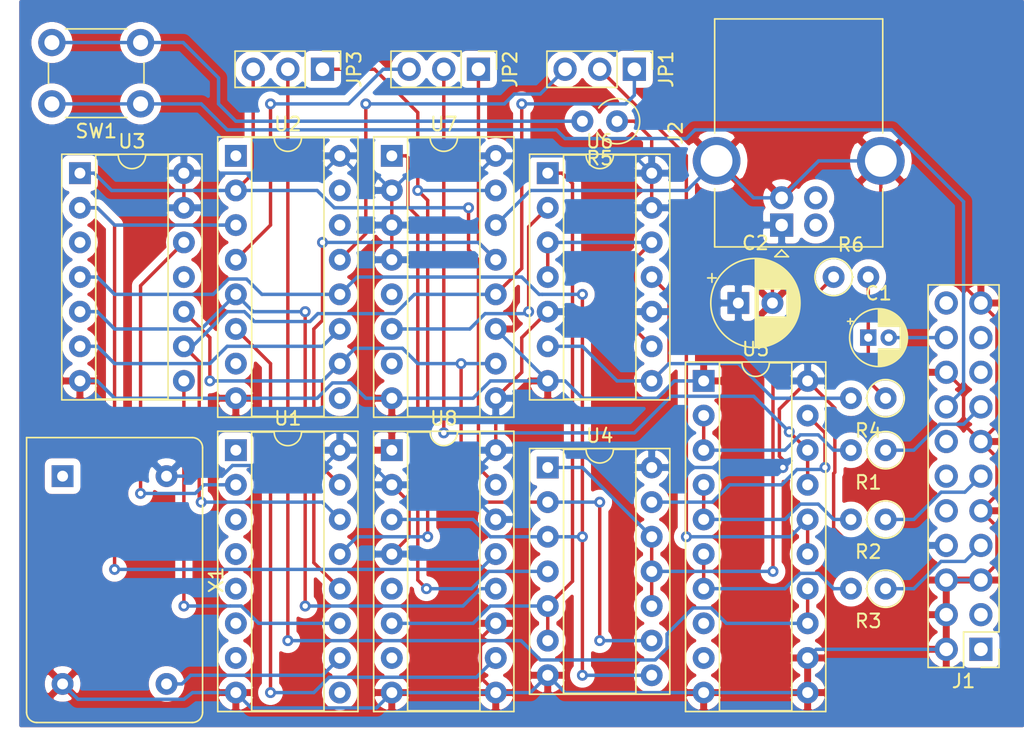
<source format=kicad_pcb>
(kicad_pcb (version 20171130) (host pcbnew "(5.1.2-1)-1")
  (layers (0 F.Cu signal) (31 B.Cu signal) (34 B.Paste user) (35 F.Paste user) (36 B.SilkS user) (37 F.SilkS user) (38 B.Mask user) (39 F.Mask user) (44 Edge.Cuts user))
  (net 0 "")
  (net 1 /COMP)
  (net 2 /~S_SYNC)
  (net 3 GND)
  (net 4 /FB)
  (net 5 /S_R)
  (net 6 /S_G)
  (net 7 +5V)
  (net 8 /S_B)
  (net 9 /V2)
  (net 10 /GIN)
  (net 11 /H2)
  (net 12 /V1)
  (net 13 /RIN)
  (net 14 /H1)
  (net 15 /V0)
  (net 16 /BIN)
  (net 17 /H0)
  (net 18 /RED)
  (net 19 /GREEN)
  (net 20 /BLUE)
  (net 21 /~CSYNC)
  (net 22 "Net-(R5-Pad2)")
  (net 23 /DE)
  (net 24 /~DEH)
  (net 25 /LEND)
  (net 26 "Net-(U1-Pad10)")
  (net 27 /VA1)
  (net 28 "Net-(U2-Pad6)")
  (net 29 "Net-(U2-Pad5)")
  (net 30 /~DEV)
  (net 31 /FEND)
  (net 32 "Net-(U2-Pad3)")
  (net 33 /~DE)
  (net 34 /VS)
  (net 35 /~VS)
  (net 36 /CSYNC)
  (net 37 /HS)
  (module Package_DIP:DIP-14_W7.62mm_Socket (layer F.Cu) (at 69.85 66.04)
    (fp_text reference U4 (at 3.81 -2.33) (layer F.SilkS))
    (fp_text value 74HC02)
    (pad 14 thru_hole oval (at 7.62 0) (size 1.6 1.6) (drill 0.8) (layers *.Cu *.Mask) (net 7 +5V))
    (pad 7 thru_hole oval (at 0 15.24) (size 1.6 1.6) (drill 0.8) (layers *.Cu *.Mask) (net 3 GND))
    (pad 13 thru_hole oval (at 7.62 2.54) (size 1.6 1.6) (drill 0.8) (layers *.Cu *.Mask) (net 33 /~DE))
    (pad 6 thru_hole oval (at 0 12.7) (size 1.6 1.6) (drill 0.8) (layers *.Cu *.Mask) (net 34 /VS))
    (pad 12 thru_hole oval (at 7.62 5.08) (size 1.6 1.6) (drill 0.8) (layers *.Cu *.Mask) (net 23 /DE))
    (pad 5 thru_hole oval (at 0 10.16) (size 1.6 1.6) (drill 0.8) (layers *.Cu *.Mask) (net 34 /VS))
    (pad 11 thru_hole oval (at 7.62 7.62) (size 1.6 1.6) (drill 0.8) (layers *.Cu *.Mask) (net 23 /DE))
    (pad 4 thru_hole oval (at 0 7.62) (size 1.6 1.6) (drill 0.8) (layers *.Cu *.Mask) (net 35 /~VS))
    (pad 10 thru_hole oval (at 7.62 10.16) (size 1.6 1.6) (drill 0.8) (layers *.Cu *.Mask) (net 23 /DE))
    (pad 3 thru_hole oval (at 0 5.08) (size 1.6 1.6) (drill 0.8) (layers *.Cu *.Mask) (net 30 /~DEV))
    (pad 9 thru_hole oval (at 7.62 12.7) (size 1.6 1.6) (drill 0.8) (layers *.Cu *.Mask) (net 24 /~DEH))
    (pad 2 thru_hole oval (at 0 2.54) (size 1.6 1.6) (drill 0.8) (layers *.Cu *.Mask) (net 24 /~DEH))
    (pad 8 thru_hole oval (at 7.62 15.24) (size 1.6 1.6) (drill 0.8) (layers *.Cu *.Mask) (net 30 /~DEV))
    (pad 1 thru_hole rect (at 0 0) (size 1.6 1.6) (drill 0.8) (layers *.Cu *.Mask) (net 23 /DE))
  )
  (module Button_Switch_THT:SW_PUSH_6mm (layer F.Cu) (at 40.005 39.37 180)
    (fp_text reference SW1 (at 3.25 -2) (layer F.SilkS))
    (fp_text value TEST)
    (pad 1 thru_hole circle (at 6.5 0 270) (size 2 2) (drill 1.1) (layers *.Cu *.Mask) (net 4 /FB))
    (pad 2 thru_hole circle (at 6.5 4.5 270) (size 2 2) (drill 1.1) (layers *.Cu *.Mask) (net 22 "Net-(R5-Pad2)"))
    (pad 1 thru_hole circle (at 0 0 270) (size 2 2) (drill 1.1) (layers *.Cu *.Mask) (net 4 /FB))
    (pad 2 thru_hole circle (at 0 4.5 270) (size 2 2) (drill 1.1) (layers *.Cu *.Mask) (net 22 "Net-(R5-Pad2)"))
  )
  (module Capacitor_THT:CP_Radial_D6.3mm_P2.50mm (layer F.Cu) (at 83.82 53.975)
    (fp_text reference C2 (at 1.25 -4.4) (layer F.SilkS))
    (fp_text value 470uF)
    (pad 2 thru_hole circle (at 2.5 0) (size 1.6 1.6) (drill 0.8) (layers *.Cu *.Mask) (net 3 GND))
    (pad 1 thru_hole rect (at 0 0) (size 1.6 1.6) (drill 0.8) (layers *.Cu *.Mask) (net 7 +5V))
  )
  (module Connector_USB:USB_B_OST_USB-B1HSxx_Horizontal (layer F.Cu) (at 86.995 48.26 90)
    (fp_text reference J2 (at 6.76 -7.77 90) (layer F.SilkS))
    (fp_text value POWER)
    (pad 5 thru_hole circle (at 4.71 7.27 90) (size 3.5 3.5) (drill 2.33) (layers *.Cu *.Mask) (net 3 GND))
    (pad 5 thru_hole circle (at 4.71 -4.77 90) (size 3.5 3.5) (drill 2.33) (layers *.Cu *.Mask) (net 3 GND))
    (pad 4 thru_hole circle (at 2 0 90) (size 1.7 1.7) (drill 0.92) (layers *.Cu *.Mask) (net 3 GND))
    (pad 3 thru_hole circle (at 2 2.5 90) (size 1.7 1.7) (drill 0.92) (layers *.Cu *.Mask))
    (pad 2 thru_hole circle (at 0 2.5 90) (size 1.7 1.7) (drill 0.92) (layers *.Cu *.Mask))
    (pad 1 thru_hole rect (at 0 0 90) (size 1.7 1.7) (drill 0.92) (layers *.Cu *.Mask) (net 7 +5V))
  )
  (module Oscillator:Oscillator_DIP-14 (layer F.Cu) (at 34.29 66.675 270)
    (fp_text reference X1 (at 7.62 -11.26 90) (layer F.SilkS))
    (fp_text value "24.576 MHz")
    (pad 7 thru_hole circle (at 15.24 0 270) (size 1.6 1.6) (drill 0.8) (layers *.Cu *.Mask) (net 3 GND))
    (pad 8 thru_hole circle (at 15.24 -7.62 270) (size 1.6 1.6) (drill 0.8) (layers *.Cu *.Mask) (net 26 "Net-(U1-Pad10)"))
    (pad 14 thru_hole circle (at 0 -7.62 270) (size 1.6 1.6) (drill 0.8) (layers *.Cu *.Mask) (net 7 +5V))
    (pad 1 thru_hole rect (at 0 0 270) (size 1.6 1.6) (drill 0.8) (layers *.Cu *.Mask))
  )
  (module Package_DIP:DIP-16_W7.62mm_Socket (layer F.Cu) (at 58.42 64.77)
    (fp_text reference U8 (at 3.81 -2.33) (layer F.SilkS))
    (fp_text value 74HC85)
    (pad 16 thru_hole oval (at 7.62 0) (size 1.6 1.6) (drill 0.8) (layers *.Cu *.Mask) (net 7 +5V))
    (pad 8 thru_hole oval (at 0 17.78) (size 1.6 1.6) (drill 0.8) (layers *.Cu *.Mask) (net 3 GND))
    (pad 15 thru_hole oval (at 7.62 2.54) (size 1.6 1.6) (drill 0.8) (layers *.Cu *.Mask) (net 15 /V0))
    (pad 7 thru_hole oval (at 0 15.24) (size 1.6 1.6) (drill 0.8) (layers *.Cu *.Mask))
    (pad 14 thru_hole oval (at 7.62 5.08) (size 1.6 1.6) (drill 0.8) (layers *.Cu *.Mask) (net 7 +5V))
    (pad 6 thru_hole oval (at 0 12.7) (size 1.6 1.6) (drill 0.8) (layers *.Cu *.Mask) (net 34 /VS))
    (pad 13 thru_hole oval (at 7.62 7.62) (size 1.6 1.6) (drill 0.8) (layers *.Cu *.Mask) (net 32 "Net-(U2-Pad3)"))
    (pad 5 thru_hole oval (at 0 10.16) (size 1.6 1.6) (drill 0.8) (layers *.Cu *.Mask))
    (pad 12 thru_hole oval (at 7.62 10.16) (size 1.6 1.6) (drill 0.8) (layers *.Cu *.Mask) (net 29 "Net-(U2-Pad5)"))
    (pad 4 thru_hole oval (at 0 7.62) (size 1.6 1.6) (drill 0.8) (layers *.Cu *.Mask) (net 7 +5V))
    (pad 11 thru_hole oval (at 7.62 12.7) (size 1.6 1.6) (drill 0.8) (layers *.Cu *.Mask) (net 3 GND))
    (pad 3 thru_hole oval (at 0 5.08) (size 1.6 1.6) (drill 0.8) (layers *.Cu *.Mask) (net 30 /~DEV))
    (pad 10 thru_hole oval (at 7.62 15.24) (size 1.6 1.6) (drill 0.8) (layers *.Cu *.Mask) (net 28 "Net-(U2-Pad6)"))
    (pad 2 thru_hole oval (at 0 2.54) (size 1.6 1.6) (drill 0.8) (layers *.Cu *.Mask) (net 7 +5V))
    (pad 9 thru_hole oval (at 7.62 17.78) (size 1.6 1.6) (drill 0.8) (layers *.Cu *.Mask) (net 3 GND))
    (pad 1 thru_hole rect (at 0 0) (size 1.6 1.6) (drill 0.8) (layers *.Cu *.Mask) (net 3 GND))
  )
  (module Package_DIP:DIP-16_W7.62mm_Socket (layer F.Cu) (at 58.42 43.18)
    (fp_text reference U7 (at 3.81 -2.33) (layer F.SilkS))
    (fp_text value 74HC85)
    (pad 16 thru_hole oval (at 7.62 0) (size 1.6 1.6) (drill 0.8) (layers *.Cu *.Mask) (net 7 +5V))
    (pad 8 thru_hole oval (at 0 17.78) (size 1.6 1.6) (drill 0.8) (layers *.Cu *.Mask) (net 3 GND))
    (pad 15 thru_hole oval (at 7.62 2.54) (size 1.6 1.6) (drill 0.8) (layers *.Cu *.Mask) (net 17 /H0))
    (pad 7 thru_hole oval (at 0 15.24) (size 1.6 1.6) (drill 0.8) (layers *.Cu *.Mask))
    (pad 14 thru_hole oval (at 7.62 5.08) (size 1.6 1.6) (drill 0.8) (layers *.Cu *.Mask) (net 3 GND))
    (pad 6 thru_hole oval (at 0 12.7) (size 1.6 1.6) (drill 0.8) (layers *.Cu *.Mask) (net 37 /HS))
    (pad 13 thru_hole oval (at 7.62 7.62) (size 1.6 1.6) (drill 0.8) (layers *.Cu *.Mask) (net 14 /H1))
    (pad 5 thru_hole oval (at 0 10.16) (size 1.6 1.6) (drill 0.8) (layers *.Cu *.Mask))
    (pad 12 thru_hole oval (at 7.62 10.16) (size 1.6 1.6) (drill 0.8) (layers *.Cu *.Mask) (net 11 /H2))
    (pad 4 thru_hole oval (at 0 7.62) (size 1.6 1.6) (drill 0.8) (layers *.Cu *.Mask) (net 7 +5V))
    (pad 11 thru_hole oval (at 7.62 12.7) (size 1.6 1.6) (drill 0.8) (layers *.Cu *.Mask) (net 3 GND))
    (pad 3 thru_hole oval (at 0 5.08) (size 1.6 1.6) (drill 0.8) (layers *.Cu *.Mask) (net 7 +5V))
    (pad 10 thru_hole oval (at 7.62 15.24) (size 1.6 1.6) (drill 0.8) (layers *.Cu *.Mask) (net 24 /~DEH))
    (pad 2 thru_hole oval (at 0 2.54) (size 1.6 1.6) (drill 0.8) (layers *.Cu *.Mask) (net 7 +5V))
    (pad 9 thru_hole oval (at 7.62 17.78) (size 1.6 1.6) (drill 0.8) (layers *.Cu *.Mask) (net 7 +5V))
    (pad 1 thru_hole rect (at 0 0) (size 1.6 1.6) (drill 0.8) (layers *.Cu *.Mask) (net 35 /~VS))
  )
  (module Package_DIP:DIP-14_W7.62mm_Socket (layer F.Cu) (at 69.85 44.45)
    (fp_text reference U6 (at 3.81 -2.33) (layer F.SilkS))
    (fp_text value 74HC86)
    (pad 14 thru_hole oval (at 7.62 0) (size 1.6 1.6) (drill 0.8) (layers *.Cu *.Mask) (net 7 +5V))
    (pad 7 thru_hole oval (at 0 15.24) (size 1.6 1.6) (drill 0.8) (layers *.Cu *.Mask) (net 3 GND))
    (pad 13 thru_hole oval (at 7.62 2.54) (size 1.6 1.6) (drill 0.8) (layers *.Cu *.Mask) (net 7 +5V))
    (pad 6 thru_hole oval (at 0 12.7) (size 1.6 1.6) (drill 0.8) (layers *.Cu *.Mask) (net 21 /~CSYNC))
    (pad 12 thru_hole oval (at 7.62 5.08) (size 1.6 1.6) (drill 0.8) (layers *.Cu *.Mask) (net 36 /CSYNC))
    (pad 5 thru_hole oval (at 0 10.16) (size 1.6 1.6) (drill 0.8) (layers *.Cu *.Mask) (net 7 +5V))
    (pad 11 thru_hole oval (at 7.62 7.62) (size 1.6 1.6) (drill 0.8) (layers *.Cu *.Mask) (net 21 /~CSYNC))
    (pad 4 thru_hole oval (at 0 7.62) (size 1.6 1.6) (drill 0.8) (layers *.Cu *.Mask) (net 36 /CSYNC))
    (pad 10 thru_hole oval (at 7.62 10.16) (size 1.6 1.6) (drill 0.8) (layers *.Cu *.Mask) (net 7 +5V))
    (pad 3 thru_hole oval (at 0 5.08) (size 1.6 1.6) (drill 0.8) (layers *.Cu *.Mask) (net 36 /CSYNC))
    (pad 9 thru_hole oval (at 7.62 12.7) (size 1.6 1.6) (drill 0.8) (layers *.Cu *.Mask) (net 36 /CSYNC))
    (pad 2 thru_hole oval (at 0 2.54) (size 1.6 1.6) (drill 0.8) (layers *.Cu *.Mask) (net 37 /HS))
    (pad 8 thru_hole oval (at 7.62 15.24) (size 1.6 1.6) (drill 0.8) (layers *.Cu *.Mask) (net 21 /~CSYNC))
    (pad 1 thru_hole rect (at 0 0) (size 1.6 1.6) (drill 0.8) (layers *.Cu *.Mask) (net 34 /VS))
  )
  (module Package_DIP:DIP-20_W7.62mm_Socket (layer F.Cu) (at 81.28 59.69)
    (fp_text reference U5 (at 3.81 -2.33) (layer F.SilkS))
    (fp_text value 74HC245)
    (pad 20 thru_hole oval (at 7.62 0) (size 1.6 1.6) (drill 0.8) (layers *.Cu *.Mask) (net 7 +5V))
    (pad 10 thru_hole oval (at 0 22.86) (size 1.6 1.6) (drill 0.8) (layers *.Cu *.Mask) (net 3 GND))
    (pad 19 thru_hole oval (at 7.62 2.54) (size 1.6 1.6) (drill 0.8) (layers *.Cu *.Mask) (net 33 /~DE))
    (pad 9 thru_hole oval (at 0 20.32) (size 1.6 1.6) (drill 0.8) (layers *.Cu *.Mask))
    (pad 18 thru_hole oval (at 7.62 5.08) (size 1.6 1.6) (drill 0.8) (layers *.Cu *.Mask) (net 13 /RIN))
    (pad 8 thru_hole oval (at 0 17.78) (size 1.6 1.6) (drill 0.8) (layers *.Cu *.Mask))
    (pad 17 thru_hole oval (at 7.62 7.62) (size 1.6 1.6) (drill 0.8) (layers *.Cu *.Mask) (net 13 /RIN))
    (pad 7 thru_hole oval (at 0 15.24) (size 1.6 1.6) (drill 0.8) (layers *.Cu *.Mask) (net 20 /BLUE))
    (pad 16 thru_hole oval (at 7.62 10.16) (size 1.6 1.6) (drill 0.8) (layers *.Cu *.Mask) (net 10 /GIN))
    (pad 6 thru_hole oval (at 0 12.7) (size 1.6 1.6) (drill 0.8) (layers *.Cu *.Mask) (net 20 /BLUE))
    (pad 15 thru_hole oval (at 7.62 12.7) (size 1.6 1.6) (drill 0.8) (layers *.Cu *.Mask) (net 10 /GIN))
    (pad 5 thru_hole oval (at 0 10.16) (size 1.6 1.6) (drill 0.8) (layers *.Cu *.Mask) (net 19 /GREEN))
    (pad 14 thru_hole oval (at 7.62 15.24) (size 1.6 1.6) (drill 0.8) (layers *.Cu *.Mask) (net 16 /BIN))
    (pad 4 thru_hole oval (at 0 7.62) (size 1.6 1.6) (drill 0.8) (layers *.Cu *.Mask) (net 19 /GREEN))
    (pad 13 thru_hole oval (at 7.62 17.78) (size 1.6 1.6) (drill 0.8) (layers *.Cu *.Mask) (net 16 /BIN))
    (pad 3 thru_hole oval (at 0 5.08) (size 1.6 1.6) (drill 0.8) (layers *.Cu *.Mask) (net 18 /RED))
    (pad 12 thru_hole oval (at 7.62 20.32) (size 1.6 1.6) (drill 0.8) (layers *.Cu *.Mask) (net 3 GND))
    (pad 2 thru_hole oval (at 0 2.54) (size 1.6 1.6) (drill 0.8) (layers *.Cu *.Mask) (net 18 /RED))
    (pad 11 thru_hole oval (at 7.62 22.86) (size 1.6 1.6) (drill 0.8) (layers *.Cu *.Mask) (net 3 GND))
    (pad 1 thru_hole rect (at 0 0) (size 1.6 1.6) (drill 0.8) (layers *.Cu *.Mask) (net 3 GND))
  )
  (module Package_DIP:DIP-14_W7.62mm_Socket (layer F.Cu) (at 35.56 44.45)
    (fp_text reference U3 (at 3.81 -2.33) (layer F.SilkS))
    (fp_text value 74HC21)
    (pad 14 thru_hole oval (at 7.62 0) (size 1.6 1.6) (drill 0.8) (layers *.Cu *.Mask) (net 7 +5V))
    (pad 7 thru_hole oval (at 0 15.24) (size 1.6 1.6) (drill 0.8) (layers *.Cu *.Mask) (net 3 GND))
    (pad 13 thru_hole oval (at 7.62 2.54) (size 1.6 1.6) (drill 0.8) (layers *.Cu *.Mask) (net 7 +5V))
    (pad 6 thru_hole oval (at 0 12.7) (size 1.6 1.6) (drill 0.8) (layers *.Cu *.Mask) (net 31 /FEND))
    (pad 12 thru_hole oval (at 7.62 5.08) (size 1.6 1.6) (drill 0.8) (layers *.Cu *.Mask) (net 27 /VA1))
    (pad 5 thru_hole oval (at 0 10.16) (size 1.6 1.6) (drill 0.8) (layers *.Cu *.Mask) (net 29 "Net-(U2-Pad5)"))
    (pad 11 thru_hole oval (at 7.62 7.62) (size 1.6 1.6) (drill 0.8) (layers *.Cu *.Mask))
    (pad 4 thru_hole oval (at 0 7.62) (size 1.6 1.6) (drill 0.8) (layers *.Cu *.Mask) (net 30 /~DEV))
    (pad 10 thru_hole oval (at 7.62 10.16) (size 1.6 1.6) (drill 0.8) (layers *.Cu *.Mask) (net 24 /~DEH))
    (pad 3 thru_hole oval (at 0 5.08) (size 1.6 1.6) (drill 0.8) (layers *.Cu *.Mask))
    (pad 9 thru_hole oval (at 7.62 12.7) (size 1.6 1.6) (drill 0.8) (layers *.Cu *.Mask) (net 11 /H2))
    (pad 2 thru_hole oval (at 0 2.54) (size 1.6 1.6) (drill 0.8) (layers *.Cu *.Mask) (net 32 "Net-(U2-Pad3)"))
    (pad 8 thru_hole oval (at 7.62 15.24) (size 1.6 1.6) (drill 0.8) (layers *.Cu *.Mask) (net 25 /LEND))
    (pad 1 thru_hole rect (at 0 0) (size 1.6 1.6) (drill 0.8) (layers *.Cu *.Mask) (net 15 /V0))
  )
  (module Package_DIP:DIP-16_W7.62mm_Socket (layer F.Cu) (at 46.99 43.18)
    (fp_text reference U2 (at 3.81 -2.33) (layer F.SilkS))
    (fp_text value 74HC4040)
    (pad 16 thru_hole oval (at 7.62 0) (size 1.6 1.6) (drill 0.8) (layers *.Cu *.Mask) (net 7 +5V))
    (pad 8 thru_hole oval (at 0 17.78) (size 1.6 1.6) (drill 0.8) (layers *.Cu *.Mask) (net 3 GND))
    (pad 15 thru_hole oval (at 7.62 2.54) (size 1.6 1.6) (drill 0.8) (layers *.Cu *.Mask))
    (pad 7 thru_hole oval (at 0 15.24) (size 1.6 1.6) (drill 0.8) (layers *.Cu *.Mask))
    (pad 14 thru_hole oval (at 7.62 5.08) (size 1.6 1.6) (drill 0.8) (layers *.Cu *.Mask))
    (pad 6 thru_hole oval (at 0 12.7) (size 1.6 1.6) (drill 0.8) (layers *.Cu *.Mask) (net 28 "Net-(U2-Pad6)"))
    (pad 13 thru_hole oval (at 7.62 7.62) (size 1.6 1.6) (drill 0.8) (layers *.Cu *.Mask) (net 9 /V2))
    (pad 5 thru_hole oval (at 0 10.16) (size 1.6 1.6) (drill 0.8) (layers *.Cu *.Mask) (net 29 "Net-(U2-Pad5)"))
    (pad 12 thru_hole oval (at 7.62 10.16) (size 1.6 1.6) (drill 0.8) (layers *.Cu *.Mask) (net 30 /~DEV))
    (pad 4 thru_hole oval (at 0 7.62) (size 1.6 1.6) (drill 0.8) (layers *.Cu *.Mask) (net 12 /V1))
    (pad 11 thru_hole oval (at 7.62 12.7) (size 1.6 1.6) (drill 0.8) (layers *.Cu *.Mask) (net 31 /FEND))
    (pad 3 thru_hole oval (at 0 5.08) (size 1.6 1.6) (drill 0.8) (layers *.Cu *.Mask) (net 32 "Net-(U2-Pad3)"))
    (pad 10 thru_hole oval (at 7.62 15.24) (size 1.6 1.6) (drill 0.8) (layers *.Cu *.Mask) (net 24 /~DEH))
    (pad 2 thru_hole oval (at 0 2.54) (size 1.6 1.6) (drill 0.8) (layers *.Cu *.Mask) (net 15 /V0))
    (pad 9 thru_hole oval (at 7.62 17.78) (size 1.6 1.6) (drill 0.8) (layers *.Cu *.Mask))
    (pad 1 thru_hole rect (at 0 0) (size 1.6 1.6) (drill 0.8) (layers *.Cu *.Mask))
  )
  (module Package_DIP:DIP-16_W7.62mm_Socket (layer F.Cu) (at 46.99 64.77)
    (fp_text reference U1 (at 3.81 -2.33) (layer F.SilkS))
    (fp_text value 74HCT4040)
    (pad 16 thru_hole oval (at 7.62 0) (size 1.6 1.6) (drill 0.8) (layers *.Cu *.Mask) (net 7 +5V))
    (pad 8 thru_hole oval (at 0 17.78) (size 1.6 1.6) (drill 0.8) (layers *.Cu *.Mask) (net 3 GND))
    (pad 15 thru_hole oval (at 7.62 2.54) (size 1.6 1.6) (drill 0.8) (layers *.Cu *.Mask) (net 24 /~DEH))
    (pad 7 thru_hole oval (at 0 15.24) (size 1.6 1.6) (drill 0.8) (layers *.Cu *.Mask))
    (pad 14 thru_hole oval (at 7.62 5.08) (size 1.6 1.6) (drill 0.8) (layers *.Cu *.Mask) (net 11 /H2))
    (pad 6 thru_hole oval (at 0 12.7) (size 1.6 1.6) (drill 0.8) (layers *.Cu *.Mask))
    (pad 13 thru_hole oval (at 7.62 7.62) (size 1.6 1.6) (drill 0.8) (layers *.Cu *.Mask) (net 17 /H0))
    (pad 5 thru_hole oval (at 0 10.16) (size 1.6 1.6) (drill 0.8) (layers *.Cu *.Mask))
    (pad 12 thru_hole oval (at 7.62 10.16) (size 1.6 1.6) (drill 0.8) (layers *.Cu *.Mask) (net 14 /H1))
    (pad 4 thru_hole oval (at 0 7.62) (size 1.6 1.6) (drill 0.8) (layers *.Cu *.Mask))
    (pad 11 thru_hole oval (at 7.62 12.7) (size 1.6 1.6) (drill 0.8) (layers *.Cu *.Mask) (net 25 /LEND))
    (pad 3 thru_hole oval (at 0 5.08) (size 1.6 1.6) (drill 0.8) (layers *.Cu *.Mask))
    (pad 10 thru_hole oval (at 7.62 15.24) (size 1.6 1.6) (drill 0.8) (layers *.Cu *.Mask) (net 26 "Net-(U1-Pad10)"))
    (pad 2 thru_hole oval (at 0 2.54) (size 1.6 1.6) (drill 0.8) (layers *.Cu *.Mask) (net 27 /VA1))
    (pad 9 thru_hole oval (at 7.62 17.78) (size 1.6 1.6) (drill 0.8) (layers *.Cu *.Mask))
    (pad 1 thru_hole rect (at 0 0) (size 1.6 1.6) (drill 0.8) (layers *.Cu *.Mask))
  )
  (module Resistor_THT:R_Axial_DIN0207_L6.3mm_D2.5mm_P2.54mm_Vertical (layer F.Cu) (at 90.805 52.07)
    (fp_text reference R6 (at 1.27 -2.37) (layer F.SilkS))
    (fp_text value 1K5)
    (pad 2 thru_hole oval (at 2.54 0) (size 1.6 1.6) (drill 0.8) (layers *.Cu *.Mask) (net 2 /~S_SYNC))
    (pad 1 thru_hole circle (at 0 0) (size 1.6 1.6) (drill 0.8) (layers *.Cu *.Mask) (net 23 /DE))
  )
  (module Resistor_THT:R_Axial_DIN0309_L9.0mm_D3.2mm_P2.54mm_Vertical (layer F.Cu) (at 74.93 40.64 180)
    (fp_text reference R5 (at 1.27 -2.72) (layer F.SilkS))
    (fp_text value 180)
    (pad 2 thru_hole oval (at 2.54 0 180) (size 1.6 1.6) (drill 0.8) (layers *.Cu *.Mask) (net 22 "Net-(R5-Pad2)"))
    (pad 1 thru_hole circle (at 0 0 180) (size 1.6 1.6) (drill 0.8) (layers *.Cu *.Mask) (net 7 +5V))
  )
  (module Resistor_THT:R_Axial_DIN0207_L6.3mm_D2.5mm_P2.54mm_Vertical (layer F.Cu) (at 94.615 60.96 180)
    (fp_text reference R4 (at 1.27 -2.37) (layer F.SilkS))
    (fp_text value 1K2)
    (pad 2 thru_hole oval (at 2.54 0 180) (size 1.6 1.6) (drill 0.8) (layers *.Cu *.Mask) (net 21 /~CSYNC))
    (pad 1 thru_hole circle (at 0 0 180) (size 1.6 1.6) (drill 0.8) (layers *.Cu *.Mask) (net 2 /~S_SYNC))
  )
  (module Resistor_THT:R_Axial_DIN0207_L6.3mm_D2.5mm_P2.54mm_Vertical (layer F.Cu) (at 94.615 74.93 180)
    (fp_text reference R3 (at 1.27 -2.37) (layer F.SilkS))
    (fp_text value 470)
    (pad 2 thru_hole oval (at 2.54 0 180) (size 1.6 1.6) (drill 0.8) (layers *.Cu *.Mask) (net 20 /BLUE))
    (pad 1 thru_hole circle (at 0 0 180) (size 1.6 1.6) (drill 0.8) (layers *.Cu *.Mask) (net 8 /S_B))
  )
  (module Resistor_THT:R_Axial_DIN0207_L6.3mm_D2.5mm_P2.54mm_Vertical (layer F.Cu) (at 94.615 69.85 180)
    (fp_text reference R2 (at 1.27 -2.37) (layer F.SilkS))
    (fp_text value 470)
    (pad 2 thru_hole oval (at 2.54 0 180) (size 1.6 1.6) (drill 0.8) (layers *.Cu *.Mask) (net 19 /GREEN))
    (pad 1 thru_hole circle (at 0 0 180) (size 1.6 1.6) (drill 0.8) (layers *.Cu *.Mask) (net 6 /S_G))
  )
  (module Resistor_THT:R_Axial_DIN0207_L6.3mm_D2.5mm_P2.54mm_Vertical (layer F.Cu) (at 94.615 64.77 180)
    (fp_text reference R1 (at 1.27 -2.37) (layer F.SilkS))
    (fp_text value 470)
    (pad 2 thru_hole oval (at 2.54 0 180) (size 1.6 1.6) (drill 0.8) (layers *.Cu *.Mask) (net 18 /RED))
    (pad 1 thru_hole circle (at 0 0 180) (size 1.6 1.6) (drill 0.8) (layers *.Cu *.Mask) (net 5 /S_R))
  )
  (module Connector_PinHeader_2.54mm:PinHeader_1x03_P2.54mm_Vertical (layer F.Cu) (at 53.34 36.83 270)
    (fp_text reference JP3 (at 0 -2.33 90) (layer F.SilkS))
    (fp_text value "BLUE SEL")
    (pad 3 thru_hole oval (at 0 5.08 270) (size 1.7 1.7) (drill 1) (layers *.Cu *.Mask) (net 15 /V0))
    (pad 2 thru_hole oval (at 0 2.54 270) (size 1.7 1.7) (drill 1) (layers *.Cu *.Mask) (net 16 /BIN))
    (pad 1 thru_hole rect (at 0 0 270) (size 1.7 1.7) (drill 1) (layers *.Cu *.Mask) (net 17 /H0))
  )
  (module Connector_PinHeader_2.54mm:PinHeader_1x03_P2.54mm_Vertical (layer F.Cu) (at 64.77 36.83 270)
    (fp_text reference JP2 (at 0 -2.33 90) (layer F.SilkS))
    (fp_text value "RED SEL")
    (pad 3 thru_hole oval (at 0 5.08 270) (size 1.7 1.7) (drill 1) (layers *.Cu *.Mask) (net 12 /V1))
    (pad 2 thru_hole oval (at 0 2.54 270) (size 1.7 1.7) (drill 1) (layers *.Cu *.Mask) (net 13 /RIN))
    (pad 1 thru_hole rect (at 0 0 270) (size 1.7 1.7) (drill 1) (layers *.Cu *.Mask) (net 14 /H1))
  )
  (module Connector_PinHeader_2.54mm:PinHeader_1x03_P2.54mm_Vertical (layer F.Cu) (at 76.2 36.83 270)
    (fp_text reference JP1 (at 0 -2.33 90) (layer F.SilkS))
    (fp_text value "GREEN SEL")
    (pad 3 thru_hole oval (at 0 5.08 270) (size 1.7 1.7) (drill 1) (layers *.Cu *.Mask) (net 9 /V2))
    (pad 2 thru_hole oval (at 0 2.54 270) (size 1.7 1.7) (drill 1) (layers *.Cu *.Mask) (net 10 /GIN))
    (pad 1 thru_hole rect (at 0 0 270) (size 1.7 1.7) (drill 1) (layers *.Cu *.Mask) (net 11 /H2))
  )
  (module Connector_PinHeader_2.54mm:PinHeader_2x11_P2.54mm_Vertical (layer F.Cu) (at 101.6 79.375 180)
    (fp_text reference J1 (at 1.27 -2.33) (layer F.SilkS))
    (fp_text value SCART)
    (pad 22 thru_hole oval (at 2.54 25.4 180) (size 1.7 1.7) (drill 1) (layers *.Cu *.Mask))
    (pad 21 thru_hole oval (at 0 25.4 180) (size 1.7 1.7) (drill 1) (layers *.Cu *.Mask) (net 3 GND))
    (pad 20 thru_hole oval (at 2.54 22.86 180) (size 1.7 1.7) (drill 1) (layers *.Cu *.Mask) (net 1 /COMP))
    (pad 19 thru_hole oval (at 0 22.86 180) (size 1.7 1.7) (drill 1) (layers *.Cu *.Mask))
    (pad 18 thru_hole oval (at 2.54 20.32 180) (size 1.7 1.7) (drill 1) (layers *.Cu *.Mask) (net 3 GND))
    (pad 17 thru_hole oval (at 0 20.32 180) (size 1.7 1.7) (drill 1) (layers *.Cu *.Mask))
    (pad 16 thru_hole oval (at 2.54 17.78 180) (size 1.7 1.7) (drill 1) (layers *.Cu *.Mask) (net 4 /FB))
    (pad 15 thru_hole oval (at 0 17.78 180) (size 1.7 1.7) (drill 1) (layers *.Cu *.Mask) (net 5 /S_R))
    (pad 14 thru_hole oval (at 2.54 15.24 180) (size 1.7 1.7) (drill 1) (layers *.Cu *.Mask))
    (pad 13 thru_hole oval (at 0 15.24 180) (size 1.7 1.7) (drill 1) (layers *.Cu *.Mask) (net 3 GND))
    (pad 12 thru_hole oval (at 2.54 12.7 180) (size 1.7 1.7) (drill 1) (layers *.Cu *.Mask))
    (pad 11 thru_hole oval (at 0 12.7 180) (size 1.7 1.7) (drill 1) (layers *.Cu *.Mask) (net 6 /S_G))
    (pad 10 thru_hole oval (at 2.54 10.16 180) (size 1.7 1.7) (drill 1) (layers *.Cu *.Mask))
    (pad 9 thru_hole oval (at 0 10.16 180) (size 1.7 1.7) (drill 1) (layers *.Cu *.Mask) (net 3 GND))
    (pad 8 thru_hole oval (at 2.54 7.62 180) (size 1.7 1.7) (drill 1) (layers *.Cu *.Mask) (net 7 +5V))
    (pad 7 thru_hole oval (at 0 7.62 180) (size 1.7 1.7) (drill 1) (layers *.Cu *.Mask) (net 8 /S_B))
    (pad 6 thru_hole oval (at 2.54 5.08 180) (size 1.7 1.7) (drill 1) (layers *.Cu *.Mask) (net 3 GND))
    (pad 5 thru_hole oval (at 0 5.08 180) (size 1.7 1.7) (drill 1) (layers *.Cu *.Mask) (net 3 GND))
    (pad 4 thru_hole oval (at 2.54 2.54 180) (size 1.7 1.7) (drill 1) (layers *.Cu *.Mask) (net 3 GND))
    (pad 3 thru_hole oval (at 0 2.54 180) (size 1.7 1.7) (drill 1) (layers *.Cu *.Mask))
    (pad 2 thru_hole oval (at 2.54 0 180) (size 1.7 1.7) (drill 1) (layers *.Cu *.Mask) (net 3 GND))
    (pad 1 thru_hole rect (at 0 0 180) (size 1.7 1.7) (drill 1) (layers *.Cu *.Mask))
  )
  (module Capacitor_THT:CP_Radial_D4.0mm_P1.50mm (layer F.Cu) (at 93.345 56.515)
    (fp_text reference C1 (at 0.75 -3.25) (layer F.SilkS))
    (fp_text value 100uF)
    (pad 2 thru_hole circle (at 1.5 0) (size 1.2 1.2) (drill 0.6) (layers *.Cu *.Mask) (net 1 /COMP))
    (pad 1 thru_hole rect (at 0 0) (size 1.2 1.2) (drill 0.6) (layers *.Cu *.Mask) (net 2 /~S_SYNC))
  )
  (segment (start 94.845 56.515) (end 99.06 56.515) (width 0.25) (layer B.Cu) (net 1))
  (segment (start 93.345 59.69) (end 94.615 60.96) (width 0.25) (layer F.Cu) (net 2))
  (segment (start 93.345 52.07) (end 93.345 59.69) (width 0.25) (layer F.Cu) (net 2))
  (segment (start 99.06 74.295) (end 101.6 74.295) (width 0.25) (layer B.Cu) (net 3))
  (segment (start 89.535 79.375) (end 88.9 80.01) (width 0.25) (layer B.Cu) (net 3))
  (segment (start 99.06 79.375) (end 89.535 79.375) (width 0.25) (layer B.Cu) (net 3))
  (segment (start 88.9 82.55) (end 71.12 82.55) (width 0.25) (layer B.Cu) (net 3))
  (segment (start 71.12 82.55) (end 69.85 81.28) (width 0.25) (layer B.Cu) (net 3))
  (segment (start 68.58 82.55) (end 66.04 82.55) (width 0.25) (layer B.Cu) (net 3))
  (segment (start 69.85 81.28) (end 68.58 82.55) (width 0.25) (layer B.Cu) (net 3))
  (segment (start 66.04 82.55) (end 58.42 82.55) (width 0.25) (layer B.Cu) (net 3))
  (segment (start 47.789999 83.349999) (end 46.99 82.55) (width 0.25) (layer B.Cu) (net 3))
  (segment (start 48.115001 83.675001) (end 47.789999 83.349999) (width 0.25) (layer B.Cu) (net 3))
  (segment (start 57.294999 83.675001) (end 48.115001 83.675001) (width 0.25) (layer B.Cu) (net 3))
  (segment (start 58.42 82.55) (end 57.294999 83.675001) (width 0.25) (layer B.Cu) (net 3))
  (segment (start 84.935 46.26) (end 86.995 46.26) (width 0.25) (layer B.Cu) (net 3))
  (segment (start 82.225 43.55) (end 84.935 46.26) (width 0.25) (layer B.Cu) (net 3))
  (segment (start 89.705 43.55) (end 94.265 43.55) (width 0.25) (layer B.Cu) (net 3))
  (segment (start 86.995 46.26) (end 89.705 43.55) (width 0.25) (layer B.Cu) (net 3))
  (segment (start 88.9 80.01) (end 88.9 82.55) (width 0.25) (layer F.Cu) (net 3))
  (segment (start 99.06 74.295) (end 99.06 79.375) (width 0.25) (layer F.Cu) (net 3))
  (segment (start 102.775001 70.390001) (end 102.449999 70.064999) (width 0.25) (layer F.Cu) (net 3))
  (segment (start 102.775001 73.119999) (end 102.775001 70.390001) (width 0.25) (layer F.Cu) (net 3))
  (segment (start 102.449999 70.064999) (end 101.6 69.215) (width 0.25) (layer F.Cu) (net 3))
  (segment (start 101.6 74.295) (end 102.775001 73.119999) (width 0.25) (layer F.Cu) (net 3))
  (segment (start 102.449999 64.984999) (end 101.6 64.135) (width 0.25) (layer F.Cu) (net 3))
  (segment (start 102.775001 65.310001) (end 102.449999 64.984999) (width 0.25) (layer F.Cu) (net 3))
  (segment (start 102.775001 68.039999) (end 102.775001 65.310001) (width 0.25) (layer F.Cu) (net 3))
  (segment (start 101.6 69.215) (end 102.775001 68.039999) (width 0.25) (layer F.Cu) (net 3))
  (segment (start 102.449999 54.824999) (end 101.6 53.975) (width 0.25) (layer F.Cu) (net 3))
  (segment (start 102.775001 55.150001) (end 102.449999 54.824999) (width 0.25) (layer F.Cu) (net 3))
  (segment (start 102.775001 62.959999) (end 102.775001 55.150001) (width 0.25) (layer F.Cu) (net 3))
  (segment (start 101.6 64.135) (end 102.775001 62.959999) (width 0.25) (layer F.Cu) (net 3))
  (segment (start 101.6 64.135) (end 100.33 62.865) (width 0.25) (layer F.Cu) (net 3))
  (segment (start 100.33 60.325) (end 99.06 59.055) (width 0.25) (layer F.Cu) (net 3))
  (segment (start 100.33 62.865) (end 100.33 60.325) (width 0.25) (layer F.Cu) (net 3))
  (segment (start 86.32 53.975) (end 86.32 51.475) (width 0.25) (layer F.Cu) (net 3))
  (segment (start 86.32 51.475) (end 87.63 50.165) (width 0.25) (layer F.Cu) (net 3))
  (segment (start 87.63 50.165) (end 92.71 50.165) (width 0.25) (layer F.Cu) (net 3))
  (segment (start 94.265 48.61) (end 94.265 43.55) (width 0.25) (layer F.Cu) (net 3))
  (segment (start 92.71 50.165) (end 94.265 48.61) (width 0.25) (layer F.Cu) (net 3))
  (segment (start 94.265 48.61) (end 94.33 48.61) (width 0.25) (layer F.Cu) (net 3))
  (segment (start 94.33 48.61) (end 97.79 52.07) (width 0.25) (layer F.Cu) (net 3))
  (segment (start 99.695 52.07) (end 101.6 53.975) (width 0.25) (layer F.Cu) (net 3))
  (segment (start 97.79 52.07) (end 99.695 52.07) (width 0.25) (layer F.Cu) (net 3))
  (segment (start 35.56 59.69) (end 36.83 59.69) (width 0.25) (layer B.Cu) (net 3))
  (segment (start 36.83 59.69) (end 38.1 60.96) (width 0.25) (layer B.Cu) (net 3))
  (segment (start 38.1 60.96) (end 46.99 60.96) (width 0.25) (layer B.Cu) (net 3))
  (segment (start 54.069999 59.834999) (end 55.389999 59.834999) (width 0.25) (layer B.Cu) (net 3))
  (segment (start 52.944998 60.96) (end 54.069999 59.834999) (width 0.25) (layer B.Cu) (net 3))
  (segment (start 46.99 60.96) (end 52.944998 60.96) (width 0.25) (layer B.Cu) (net 3))
  (segment (start 56.515 60.96) (end 58.42 60.96) (width 0.25) (layer B.Cu) (net 3))
  (segment (start 55.389999 59.834999) (end 56.515 60.96) (width 0.25) (layer B.Cu) (net 3))
  (segment (start 65.240001 81.750001) (end 66.04 82.55) (width 0.25) (layer F.Cu) (net 3))
  (segment (start 64.914999 78.595001) (end 64.914999 81.424999) (width 0.25) (layer F.Cu) (net 3))
  (segment (start 64.914999 81.424999) (end 65.240001 81.750001) (width 0.25) (layer F.Cu) (net 3))
  (segment (start 66.04 77.47) (end 64.914999 78.595001) (width 0.25) (layer F.Cu) (net 3))
  (segment (start 69.85 59.69) (end 71.12 59.69) (width 0.25) (layer B.Cu) (net 3))
  (segment (start 71.12 59.69) (end 72.39 60.96) (width 0.25) (layer B.Cu) (net 3))
  (segment (start 80.23 59.69) (end 81.28 59.69) (width 0.25) (layer B.Cu) (net 3))
  (segment (start 79.135002 59.69) (end 80.23 59.69) (width 0.25) (layer B.Cu) (net 3))
  (segment (start 77.865002 60.96) (end 79.135002 59.69) (width 0.25) (layer B.Cu) (net 3))
  (segment (start 72.39 60.96) (end 77.865002 60.96) (width 0.25) (layer B.Cu) (net 3))
  (segment (start 58.42 60.96) (end 58.42 64.77) (width 0.25) (layer F.Cu) (net 3))
  (segment (start 66.04 48.26) (end 68.58 45.72) (width 0.25) (layer B.Cu) (net 3))
  (segment (start 80.055 45.72) (end 82.225 43.55) (width 0.25) (layer B.Cu) (net 3))
  (segment (start 68.58 45.72) (end 80.055 45.72) (width 0.25) (layer B.Cu) (net 3))
  (segment (start 85.520001 54.774999) (end 85.520001 58.624999) (width 0.25) (layer F.Cu) (net 3))
  (segment (start 86.32 53.975) (end 85.520001 54.774999) (width 0.25) (layer F.Cu) (net 3))
  (segment (start 84.455 59.69) (end 81.28 59.69) (width 0.25) (layer F.Cu) (net 3))
  (segment (start 85.520001 58.624999) (end 84.455 59.69) (width 0.25) (layer F.Cu) (net 3))
  (segment (start 58.42 60.96) (end 64.374998 60.96) (width 0.25) (layer B.Cu) (net 3))
  (segment (start 65.644998 59.69) (end 69.85 59.69) (width 0.25) (layer B.Cu) (net 3))
  (segment (start 64.374998 60.96) (end 65.644998 59.69) (width 0.25) (layer B.Cu) (net 3))
  (segment (start 66.839999 56.679999) (end 69.85 59.69) (width 0.25) (layer B.Cu) (net 3))
  (segment (start 66.04 55.88) (end 66.839999 56.679999) (width 0.25) (layer B.Cu) (net 3))
  (segment (start 35.089999 82.714999) (end 34.29 81.915) (width 0.25) (layer B.Cu) (net 3))
  (segment (start 35.415001 83.040001) (end 35.089999 82.714999) (width 0.25) (layer B.Cu) (net 3))
  (segment (start 43.18 83.040001) (end 35.415001 83.040001) (width 0.25) (layer B.Cu) (net 3))
  (segment (start 43.815 82.55) (end 43.18 83.040001) (width 0.25) (layer B.Cu) (net 3))
  (segment (start 46.99 82.55) (end 43.815 82.55) (width 0.25) (layer B.Cu) (net 3))
  (segment (start 33.505 39.37) (end 40.005 39.37) (width 0.25) (layer B.Cu) (net 4))
  (segment (start 100.33 60.325) (end 99.06 61.595) (width 0.25) (layer B.Cu) (net 4))
  (segment (start 100.33 46.543998) (end 100.33 60.325) (width 0.25) (layer B.Cu) (net 4))
  (segment (start 95.061002 41.275) (end 100.33 46.543998) (width 0.25) (layer B.Cu) (net 4))
  (segment (start 80.645 41.275) (end 95.061002 41.275) (width 0.25) (layer B.Cu) (net 4))
  (segment (start 80.01 41.91) (end 80.645 41.275) (width 0.25) (layer B.Cu) (net 4))
  (segment (start 71.12 41.91) (end 80.01 41.91) (width 0.25) (layer B.Cu) (net 4))
  (segment (start 70.485 41.275) (end 71.12 41.91) (width 0.25) (layer B.Cu) (net 4))
  (segment (start 46.355 41.275) (end 70.485 41.275) (width 0.25) (layer B.Cu) (net 4))
  (segment (start 44.45 39.37) (end 46.355 41.275) (width 0.25) (layer B.Cu) (net 4))
  (segment (start 40.005 39.37) (end 44.45 39.37) (width 0.25) (layer B.Cu) (net 4))
  (segment (start 100.33 62.865) (end 101.6 61.595) (width 0.25) (layer B.Cu) (net 5))
  (segment (start 98.590998 62.865) (end 100.33 62.865) (width 0.25) (layer B.Cu) (net 5))
  (segment (start 96.685998 64.77) (end 98.590998 62.865) (width 0.25) (layer B.Cu) (net 5))
  (segment (start 94.615 64.77) (end 96.685998 64.77) (width 0.25) (layer B.Cu) (net 5))
  (segment (start 100.424999 67.850001) (end 100.750001 67.524999) (width 0.25) (layer B.Cu) (net 6))
  (segment (start 98.685997 67.850001) (end 100.424999 67.850001) (width 0.25) (layer B.Cu) (net 6))
  (segment (start 96.685998 69.85) (end 98.685997 67.850001) (width 0.25) (layer B.Cu) (net 6))
  (segment (start 100.750001 67.524999) (end 101.6 66.675) (width 0.25) (layer B.Cu) (net 6))
  (segment (start 94.615 69.85) (end 96.685998 69.85) (width 0.25) (layer B.Cu) (net 6))
  (segment (start 53.810001 65.569999) (end 54.61 64.77) (width 0.25) (layer B.Cu) (net 7))
  (segment (start 53.484999 65.895001) (end 53.810001 65.569999) (width 0.25) (layer B.Cu) (net 7))
  (segment (start 46.739997 65.895001) (end 53.484999 65.895001) (width 0.25) (layer B.Cu) (net 7))
  (segment (start 45.959998 66.675) (end 46.739997 65.895001) (width 0.25) (layer B.Cu) (net 7))
  (segment (start 41.91 66.675) (end 45.959998 66.675) (width 0.25) (layer B.Cu) (net 7))
  (segment (start 55.88 64.77) (end 58.42 67.31) (width 0.25) (layer B.Cu) (net 7))
  (segment (start 54.61 64.77) (end 55.88 64.77) (width 0.25) (layer B.Cu) (net 7))
  (segment (start 63.5 67.31) (end 66.04 64.77) (width 0.25) (layer B.Cu) (net 7))
  (segment (start 58.42 67.31) (end 63.5 67.31) (width 0.25) (layer B.Cu) (net 7))
  (segment (start 63.5 67.31) (end 66.04 69.85) (width 0.25) (layer B.Cu) (net 7))
  (segment (start 83.82 53.975) (end 82.55 53.975) (width 0.25) (layer B.Cu) (net 7))
  (segment (start 81.915 54.61) (end 77.47 54.61) (width 0.25) (layer B.Cu) (net 7))
  (segment (start 82.55 53.975) (end 81.915 54.61) (width 0.25) (layer B.Cu) (net 7))
  (segment (start 77.47 54.61) (end 69.85 54.61) (width 0.25) (layer B.Cu) (net 7))
  (segment (start 58.42 72.39) (end 59.69 71.12) (width 0.25) (layer F.Cu) (net 7))
  (segment (start 59.69 68.58) (end 58.42 67.31) (width 0.25) (layer F.Cu) (net 7))
  (segment (start 59.69 71.12) (end 59.69 68.58) (width 0.25) (layer F.Cu) (net 7))
  (segment (start 77.47 46.99) (end 77.47 44.45) (width 0.25) (layer F.Cu) (net 7))
  (segment (start 58.42 45.72) (end 58.42 50.8) (width 0.25) (layer F.Cu) (net 7))
  (segment (start 43.18 44.45) (end 43.18 46.99) (width 0.25) (layer F.Cu) (net 7))
  (segment (start 66.04 60.96) (end 66.04 64.77) (width 0.25) (layer F.Cu) (net 7))
  (segment (start 66.04 60.96) (end 67.945 59.055) (width 0.25) (layer F.Cu) (net 7))
  (segment (start 67.945 56.515) (end 69.85 54.61) (width 0.25) (layer F.Cu) (net 7))
  (segment (start 67.945 59.055) (end 67.945 56.515) (width 0.25) (layer F.Cu) (net 7))
  (segment (start 74.93 40.64) (end 76.2 40.64) (width 0.25) (layer F.Cu) (net 7))
  (segment (start 76.2 40.64) (end 77.47 41.91) (width 0.25) (layer F.Cu) (net 7))
  (segment (start 77.47 41.91) (end 77.47 44.45) (width 0.25) (layer F.Cu) (net 7))
  (segment (start 86.995 48.26) (end 85.09 48.26) (width 0.25) (layer F.Cu) (net 7))
  (segment (start 85.09 48.26) (end 83.82 49.53) (width 0.25) (layer F.Cu) (net 7))
  (segment (start 83.82 49.53) (end 83.82 53.975) (width 0.25) (layer F.Cu) (net 7))
  (segment (start 77.47 46.99) (end 83.82 46.99) (width 0.25) (layer B.Cu) (net 7))
  (segment (start 83.82 46.99) (end 85.09 48.26) (width 0.25) (layer B.Cu) (net 7))
  (segment (start 85.09 48.26) (end 86.995 48.26) (width 0.25) (layer B.Cu) (net 7))
  (segment (start 99.06 71.755) (end 92.075 71.755) (width 0.25) (layer F.Cu) (net 7))
  (segment (start 92.075 71.755) (end 90.805 70.485) (width 0.25) (layer F.Cu) (net 7))
  (segment (start 90.895001 66.388001) (end 90.895001 61.685001) (width 0.25) (layer F.Cu) (net 7))
  (segment (start 90.805 66.478002) (end 90.895001 66.388001) (width 0.25) (layer F.Cu) (net 7))
  (segment (start 90.805 70.485) (end 90.805 66.478002) (width 0.25) (layer F.Cu) (net 7))
  (segment (start 90.895001 61.685001) (end 88.9 59.69) (width 0.25) (layer F.Cu) (net 7))
  (segment (start 53.34 44.45) (end 54.61 43.18) (width 0.25) (layer B.Cu) (net 7))
  (segment (start 43.18 44.45) (end 53.34 44.45) (width 0.25) (layer B.Cu) (net 7))
  (segment (start 57.15 44.45) (end 58.42 45.72) (width 0.25) (layer B.Cu) (net 7))
  (segment (start 55.88 44.45) (end 57.15 44.45) (width 0.25) (layer B.Cu) (net 7))
  (segment (start 54.61 43.18) (end 55.88 44.45) (width 0.25) (layer B.Cu) (net 7))
  (segment (start 64.77 44.45) (end 66.04 43.18) (width 0.25) (layer B.Cu) (net 7))
  (segment (start 59.69 44.45) (end 64.77 44.45) (width 0.25) (layer B.Cu) (net 7))
  (segment (start 58.42 45.72) (end 59.69 44.45) (width 0.25) (layer B.Cu) (net 7))
  (segment (start 66.04 43.18) (end 76.2 43.18) (width 0.25) (layer B.Cu) (net 7))
  (segment (start 76.2 43.18) (end 77.47 44.45) (width 0.25) (layer B.Cu) (net 7))
  (segment (start 83.82 55.025) (end 84.455 55.66) (width 0.25) (layer B.Cu) (net 7))
  (segment (start 83.82 53.975) (end 83.82 55.025) (width 0.25) (layer B.Cu) (net 7))
  (segment (start 84.455 55.66) (end 87.41 55.66) (width 0.25) (layer B.Cu) (net 7))
  (segment (start 87.41 55.66) (end 88.9 57.15) (width 0.25) (layer B.Cu) (net 7))
  (segment (start 88.9 57.15) (end 88.9 59.69) (width 0.25) (layer B.Cu) (net 7))
  (via (at 87.085 66.04) (size 0.8) (drill 0.4) (layers F.Cu B.Cu) (net 7))
  (segment (start 77.47 66.04) (end 87.085 66.04) (width 0.25) (layer B.Cu) (net 7))
  (segment (start 88.100001 60.489999) (end 88.9 59.69) (width 0.25) (layer F.Cu) (net 7))
  (segment (start 86.829845 61.760155) (end 88.100001 60.489999) (width 0.25) (layer F.Cu) (net 7))
  (segment (start 86.829845 65.21916) (end 86.829845 61.760155) (width 0.25) (layer F.Cu) (net 7))
  (segment (start 87.085 65.474315) (end 86.829845 65.21916) (width 0.25) (layer F.Cu) (net 7))
  (segment (start 87.085 66.04) (end 87.085 65.474315) (width 0.25) (layer F.Cu) (net 7))
  (segment (start 100.750001 72.604999) (end 101.6 71.755) (width 0.25) (layer B.Cu) (net 8))
  (segment (start 100.424999 72.930001) (end 100.750001 72.604999) (width 0.25) (layer B.Cu) (net 8))
  (segment (start 98.685997 72.930001) (end 100.424999 72.930001) (width 0.25) (layer B.Cu) (net 8))
  (segment (start 96.685998 74.93) (end 98.685997 72.930001) (width 0.25) (layer B.Cu) (net 8))
  (segment (start 94.615 74.93) (end 96.685998 74.93) (width 0.25) (layer B.Cu) (net 8))
  (via (at 56.515 39.37) (size 0.8) (drill 0.4) (layers F.Cu B.Cu) (net 9))
  (segment (start 56.515 48.020002) (end 56.515 39.37) (width 0.25) (layer F.Cu) (net 9))
  (segment (start 56.515 48.895) (end 56.515 48.020002) (width 0.25) (layer F.Cu) (net 9))
  (segment (start 54.61 50.8) (end 56.515 48.895) (width 0.25) (layer F.Cu) (net 9))
  (segment (start 69.305001 38.644999) (end 71.12 36.83) (width 0.25) (layer B.Cu) (net 9))
  (segment (start 67.400001 38.644999) (end 69.305001 38.644999) (width 0.25) (layer B.Cu) (net 9))
  (segment (start 66.675 39.37) (end 67.400001 38.644999) (width 0.25) (layer B.Cu) (net 9))
  (segment (start 56.515 39.37) (end 66.675 39.37) (width 0.25) (layer B.Cu) (net 9))
  (segment (start 88.9 69.85) (end 88.9 72.39) (width 0.25) (layer F.Cu) (net 10))
  (via (at 80.01 71.12) (size 0.8) (drill 0.4) (layers F.Cu B.Cu) (net 10))
  (segment (start 80.01 71.12) (end 87.63 71.12) (width 0.25) (layer B.Cu) (net 10))
  (segment (start 87.63 71.12) (end 88.9 69.85) (width 0.25) (layer B.Cu) (net 10))
  (segment (start 80.01 43.18) (end 80.01 71.12) (width 0.25) (layer F.Cu) (net 10))
  (segment (start 73.66 36.83) (end 80.01 43.18) (width 0.25) (layer F.Cu) (net 10))
  (segment (start 66.04 53.34) (end 66.839999 52.540001) (width 0.25) (layer F.Cu) (net 11))
  (via (at 67.945 39.37) (size 0.8) (drill 0.4) (layers F.Cu B.Cu) (net 11))
  (segment (start 67.945 51.435) (end 67.945 39.37) (width 0.25) (layer F.Cu) (net 11))
  (segment (start 66.839999 52.540001) (end 67.945 51.435) (width 0.25) (layer F.Cu) (net 11))
  (segment (start 67.945 39.37) (end 75.565 39.37) (width 0.25) (layer B.Cu) (net 11))
  (segment (start 75.565 39.37) (end 76.2 38.735) (width 0.25) (layer B.Cu) (net 11))
  (segment (start 76.2 38.735) (end 76.2 36.83) (width 0.25) (layer B.Cu) (net 11))
  (via (at 44.45 68.58) (size 0.8) (drill 0.4) (layers F.Cu B.Cu) (net 11))
  (segment (start 44.305001 58.275001) (end 44.305001 68.435001) (width 0.25) (layer F.Cu) (net 11))
  (segment (start 44.305001 68.435001) (end 44.45 68.58) (width 0.25) (layer F.Cu) (net 11))
  (segment (start 43.18 57.15) (end 44.305001 58.275001) (width 0.25) (layer F.Cu) (net 11))
  (segment (start 44.45 68.58) (end 53.34 68.58) (width 0.25) (layer B.Cu) (net 11))
  (segment (start 53.34 68.58) (end 54.61 69.85) (width 0.25) (layer B.Cu) (net 11))
  (segment (start 47.62359 54.61) (end 46.35641 54.61) (width 0.25) (layer B.Cu) (net 11))
  (segment (start 48.348591 55.335001) (end 47.62359 54.61) (width 0.25) (layer B.Cu) (net 11))
  (segment (start 52.418001 55.335001) (end 48.348591 55.335001) (width 0.25) (layer B.Cu) (net 11))
  (segment (start 58.670003 54.754999) (end 52.998003 54.754999) (width 0.25) (layer B.Cu) (net 11))
  (segment (start 52.998003 54.754999) (end 52.418001 55.335001) (width 0.25) (layer B.Cu) (net 11))
  (segment (start 60.085002 53.34) (end 58.670003 54.754999) (width 0.25) (layer B.Cu) (net 11))
  (segment (start 66.04 53.34) (end 60.085002 53.34) (width 0.25) (layer B.Cu) (net 11))
  (segment (start 46.35641 54.61) (end 44.45141 56.515) (width 0.25) (layer B.Cu) (net 11))
  (segment (start 44.45141 56.515) (end 44.45 56.515) (width 0.25) (layer B.Cu) (net 11))
  (segment (start 44.45 56.515) (end 43.815 57.15) (width 0.25) (layer B.Cu) (net 11))
  (segment (start 43.815 57.15) (end 43.18 57.15) (width 0.25) (layer B.Cu) (net 11))
  (segment (start 46.99 50.8) (end 47.789999 50.000001) (width 0.25) (layer F.Cu) (net 12))
  (segment (start 49.53 48.26) (end 49.53 39.37) (width 0.25) (layer F.Cu) (net 12))
  (via (at 49.53 39.37) (size 0.8) (drill 0.4) (layers F.Cu B.Cu) (net 12))
  (segment (start 47.789999 50.000001) (end 49.53 48.26) (width 0.25) (layer F.Cu) (net 12))
  (segment (start 49.53 39.37) (end 55.245 39.37) (width 0.25) (layer B.Cu) (net 12))
  (segment (start 55.245 39.37) (end 57.785 36.83) (width 0.25) (layer B.Cu) (net 12))
  (segment (start 57.785 36.83) (end 59.69 36.83) (width 0.25) (layer B.Cu) (net 12))
  (segment (start 88.9 64.77) (end 88.9 67.31) (width 0.25) (layer F.Cu) (net 13))
  (via (at 87.554846 63.424846) (size 0.8) (drill 0.4) (layers F.Cu B.Cu) (net 13))
  (segment (start 88.9 64.77) (end 87.554846 63.424846) (width 0.25) (layer F.Cu) (net 13))
  (via (at 62.23 63.5) (size 0.8) (drill 0.4) (layers F.Cu B.Cu) (net 13))
  (segment (start 62.23 63.5) (end 62.23 36.83) (width 0.25) (layer F.Cu) (net 13))
  (segment (start 76.2 63.5) (end 62.23 63.5) (width 0.25) (layer B.Cu) (net 13))
  (segment (start 78.884999 60.815001) (end 76.2 63.5) (width 0.25) (layer B.Cu) (net 13))
  (segment (start 84.945001 60.815001) (end 78.884999 60.815001) (width 0.25) (layer B.Cu) (net 13))
  (segment (start 87.554846 63.424846) (end 84.945001 60.815001) (width 0.25) (layer B.Cu) (net 13))
  (segment (start 64.77 36.83) (end 64.77 49.53) (width 0.25) (layer F.Cu) (net 14))
  (segment (start 64.77 49.53) (end 66.04 50.8) (width 0.25) (layer F.Cu) (net 14))
  (segment (start 53.810001 74.130001) (end 54.61 74.93) (width 0.25) (layer F.Cu) (net 14))
  (segment (start 52.705 73.025) (end 53.810001 74.130001) (width 0.25) (layer F.Cu) (net 14))
  (segment (start 52.705 55.88) (end 52.705 73.025) (width 0.25) (layer F.Cu) (net 14))
  (segment (start 52.705 55.88) (end 53.34 55.245) (width 0.25) (layer F.Cu) (net 14))
  (segment (start 53.34 55.245) (end 53.34 49.53) (width 0.25) (layer F.Cu) (net 14))
  (segment (start 64.77 49.53) (end 66.04 50.8) (width 0.25) (layer B.Cu) (net 14))
  (segment (start 53.34 49.53) (end 53.34 49.53) (width 0.25) (layer B.Cu) (net 14))
  (segment (start 53.34 49.53) (end 64.77 49.53) (width 0.25) (layer B.Cu) (net 14))
  (via (at 53.34 49.53) (size 0.8) (drill 0.4) (layers F.Cu B.Cu) (net 14))
  (segment (start 45.85863 45.72) (end 46.99 45.72) (width 0.25) (layer B.Cu) (net 15))
  (segment (start 37.88 45.72) (end 45.85863 45.72) (width 0.25) (layer B.Cu) (net 15))
  (segment (start 36.61 44.45) (end 37.88 45.72) (width 0.25) (layer B.Cu) (net 15))
  (segment (start 35.56 44.45) (end 36.61 44.45) (width 0.25) (layer B.Cu) (net 15))
  (segment (start 48.26 44.45) (end 48.26 36.83) (width 0.25) (layer F.Cu) (net 15))
  (segment (start 46.99 45.72) (end 48.26 44.45) (width 0.25) (layer F.Cu) (net 15))
  (segment (start 66.04 67.31) (end 64.77 66.04) (width 0.25) (layer F.Cu) (net 15))
  (segment (start 64.77 66.04) (end 64.77 50.8) (width 0.25) (layer F.Cu) (net 15))
  (segment (start 64.77 50.8) (end 64.135 50.165) (width 0.25) (layer F.Cu) (net 15))
  (via (at 64.045 46.99) (size 0.8) (drill 0.4) (layers F.Cu B.Cu) (net 15))
  (segment (start 64.045 50.075) (end 64.045 46.99) (width 0.25) (layer F.Cu) (net 15))
  (segment (start 64.135 50.165) (end 64.045 50.075) (width 0.25) (layer F.Cu) (net 15))
  (segment (start 54.214998 46.99) (end 52.944998 45.72) (width 0.25) (layer B.Cu) (net 15))
  (segment (start 64.045 46.99) (end 54.214998 46.99) (width 0.25) (layer B.Cu) (net 15))
  (segment (start 52.944998 45.72) (end 46.99 45.72) (width 0.25) (layer B.Cu) (net 15))
  (segment (start 88.9 74.93) (end 88.9 77.47) (width 0.25) (layer F.Cu) (net 16))
  (segment (start 88.9 77.47) (end 83.185 77.47) (width 0.25) (layer B.Cu) (net 16))
  (segment (start 81.820001 76.344999) (end 80.500001 76.344999) (width 0.25) (layer B.Cu) (net 16))
  (segment (start 82.945002 77.47) (end 81.820001 76.344999) (width 0.25) (layer B.Cu) (net 16))
  (segment (start 83.185 77.47) (end 82.945002 77.47) (width 0.25) (layer B.Cu) (net 16))
  (via (at 50.8 78.74) (size 0.8) (drill 0.4) (layers F.Cu B.Cu) (net 16))
  (segment (start 67.895 78.74) (end 50.8 78.74) (width 0.25) (layer B.Cu) (net 16))
  (segment (start 69.309999 80.154999) (end 67.895 78.74) (width 0.25) (layer B.Cu) (net 16))
  (segment (start 78.595001 79.280001) (end 77.720003 80.154999) (width 0.25) (layer B.Cu) (net 16))
  (segment (start 77.720003 80.154999) (end 69.309999 80.154999) (width 0.25) (layer B.Cu) (net 16))
  (segment (start 78.595001 78.249999) (end 78.595001 79.280001) (width 0.25) (layer B.Cu) (net 16))
  (segment (start 80.500001 76.344999) (end 78.595001 78.249999) (width 0.25) (layer B.Cu) (net 16))
  (segment (start 50.8 78.74) (end 50.8 36.83) (width 0.25) (layer F.Cu) (net 16))
  (via (at 60.325 45.72) (size 0.8) (drill 0.4) (layers F.Cu B.Cu) (net 17))
  (segment (start 66.04 45.72) (end 60.325 45.72) (width 0.25) (layer B.Cu) (net 17))
  (segment (start 57.15 36.83) (end 53.34 36.83) (width 0.25) (layer F.Cu) (net 17))
  (segment (start 60.325 40.005) (end 57.15 36.83) (width 0.25) (layer F.Cu) (net 17))
  (segment (start 60.325 45.72) (end 60.325 40.005) (width 0.25) (layer F.Cu) (net 17))
  (via (at 61.05 71.12) (size 0.8) (drill 0.4) (layers F.Cu B.Cu) (net 17))
  (segment (start 61.05 46.445) (end 61.05 71.12) (width 0.25) (layer F.Cu) (net 17))
  (segment (start 60.325 45.72) (end 61.05 46.445) (width 0.25) (layer F.Cu) (net 17))
  (segment (start 55.88 71.12) (end 54.61 72.39) (width 0.25) (layer B.Cu) (net 17))
  (segment (start 61.05 71.12) (end 55.88 71.12) (width 0.25) (layer B.Cu) (net 17))
  (segment (start 87.234998 64.77) (end 88.359999 63.644999) (width 0.25) (layer B.Cu) (net 18))
  (segment (start 88.359999 63.644999) (end 89.679999 63.644999) (width 0.25) (layer B.Cu) (net 18))
  (segment (start 81.28 64.77) (end 87.234998 64.77) (width 0.25) (layer B.Cu) (net 18))
  (segment (start 90.805 64.77) (end 92.075 64.77) (width 0.25) (layer B.Cu) (net 18))
  (segment (start 89.679999 63.644999) (end 90.805 64.77) (width 0.25) (layer B.Cu) (net 18))
  (segment (start 81.28 62.23) (end 81.28 64.77) (width 0.25) (layer F.Cu) (net 18))
  (segment (start 88.359999 68.724999) (end 89.679999 68.724999) (width 0.25) (layer B.Cu) (net 19))
  (segment (start 87.234998 69.85) (end 88.359999 68.724999) (width 0.25) (layer B.Cu) (net 19))
  (segment (start 81.28 69.85) (end 87.234998 69.85) (width 0.25) (layer B.Cu) (net 19))
  (segment (start 90.805 69.85) (end 92.075 69.85) (width 0.25) (layer B.Cu) (net 19))
  (segment (start 89.679999 68.724999) (end 90.805 69.85) (width 0.25) (layer B.Cu) (net 19))
  (segment (start 81.28 67.31) (end 81.28 69.85) (width 0.25) (layer F.Cu) (net 19))
  (segment (start 88.359999 73.804999) (end 89.679999 73.804999) (width 0.25) (layer B.Cu) (net 20))
  (segment (start 87.234998 74.93) (end 88.359999 73.804999) (width 0.25) (layer B.Cu) (net 20))
  (segment (start 81.28 74.93) (end 87.234998 74.93) (width 0.25) (layer B.Cu) (net 20))
  (segment (start 90.805 74.93) (end 92.075 74.93) (width 0.25) (layer B.Cu) (net 20))
  (segment (start 89.679999 73.804999) (end 90.805 74.93) (width 0.25) (layer B.Cu) (net 20))
  (segment (start 81.28 72.39) (end 81.28 74.93) (width 0.25) (layer F.Cu) (net 20))
  (segment (start 69.85 57.15) (end 72.39 57.15) (width 0.25) (layer B.Cu) (net 21))
  (segment (start 74.93 59.69) (end 77.47 59.69) (width 0.25) (layer B.Cu) (net 21))
  (segment (start 72.39 57.15) (end 74.93 59.69) (width 0.25) (layer B.Cu) (net 21))
  (segment (start 77.47 59.69) (end 78.74 58.42) (width 0.25) (layer B.Cu) (net 21))
  (segment (start 78.74 58.42) (end 83.82 58.42) (width 0.25) (layer B.Cu) (net 21))
  (segment (start 86.36 60.96) (end 92.075 60.96) (width 0.25) (layer B.Cu) (net 21))
  (segment (start 83.82 58.42) (end 86.36 60.96) (width 0.25) (layer B.Cu) (net 21))
  (segment (start 78.74 58.42) (end 78.74 53.34) (width 0.25) (layer F.Cu) (net 21))
  (segment (start 78.74 53.34) (end 77.47 52.07) (width 0.25) (layer F.Cu) (net 21))
  (segment (start 77.47 59.69) (end 78.74 58.42) (width 0.25) (layer F.Cu) (net 21))
  (segment (start 34.919213 34.87) (end 40.005 34.87) (width 0.25) (layer B.Cu) (net 22))
  (segment (start 33.505 34.87) (end 34.919213 34.87) (width 0.25) (layer B.Cu) (net 22))
  (segment (start 40.005 34.87) (end 43.125 34.87) (width 0.25) (layer B.Cu) (net 22))
  (segment (start 43.125 34.87) (end 45.72 37.465) (width 0.25) (layer B.Cu) (net 22))
  (segment (start 45.72 37.465) (end 45.72 39.37) (width 0.25) (layer B.Cu) (net 22))
  (segment (start 45.72 39.37) (end 46.99 40.64) (width 0.25) (layer B.Cu) (net 22))
  (segment (start 46.99 40.64) (end 72.39 40.64) (width 0.25) (layer B.Cu) (net 22))
  (segment (start 69.85 66.04) (end 72.39 66.04) (width 0.25) (layer B.Cu) (net 23))
  (segment (start 72.39 66.04) (end 74.93 68.58) (width 0.25) (layer B.Cu) (net 23))
  (segment (start 74.93 68.58) (end 77.47 71.12) (width 0.25) (layer B.Cu) (net 23))
  (segment (start 77.47 71.12) (end 77.47 76.2) (width 0.25) (layer F.Cu) (net 23))
  (via (at 86.36 73.66) (size 0.8) (drill 0.4) (layers F.Cu B.Cu) (net 23))
  (segment (start 77.47 73.66) (end 86.36 73.66) (width 0.25) (layer B.Cu) (net 23))
  (segment (start 86.36 56.515) (end 90.805 52.07) (width 0.25) (layer F.Cu) (net 23))
  (segment (start 86.36 73.66) (end 86.36 56.515) (width 0.25) (layer F.Cu) (net 23))
  (segment (start 55.735001 57.294999) (end 59.199999 57.294999) (width 0.25) (layer B.Cu) (net 24))
  (segment (start 54.61 58.42) (end 55.735001 57.294999) (width 0.25) (layer B.Cu) (net 24))
  (segment (start 60.325 58.42) (end 63.5 58.42) (width 0.25) (layer B.Cu) (net 24))
  (segment (start 59.199999 57.294999) (end 60.325 58.42) (width 0.25) (layer B.Cu) (net 24))
  (segment (start 53.34 66.04) (end 54.61 67.31) (width 0.25) (layer F.Cu) (net 24))
  (segment (start 54.61 58.42) (end 53.34 59.69) (width 0.25) (layer F.Cu) (net 24))
  (segment (start 53.34 59.69) (end 53.34 66.04) (width 0.25) (layer F.Cu) (net 24))
  (segment (start 43.18 54.61) (end 45.085 56.515) (width 0.25) (layer F.Cu) (net 24))
  (via (at 45.085 59.69) (size 0.8) (drill 0.4) (layers F.Cu B.Cu) (net 24))
  (segment (start 45.085 56.515) (end 45.085 59.69) (width 0.25) (layer F.Cu) (net 24))
  (segment (start 53.34 59.69) (end 54.61 58.42) (width 0.25) (layer B.Cu) (net 24))
  (segment (start 45.085 59.69) (end 53.34 59.69) (width 0.25) (layer B.Cu) (net 24))
  (segment (start 69.85 68.58) (end 73.66 68.58) (width 0.25) (layer B.Cu) (net 24))
  (segment (start 73.66 78.74) (end 73.66 78.74) (width 0.25) (layer B.Cu) (net 24))
  (segment (start 73.66 78.74) (end 77.47 78.74) (width 0.25) (layer B.Cu) (net 24))
  (via (at 73.66 78.74) (size 0.8) (drill 0.4) (layers F.Cu B.Cu) (net 24))
  (via (at 73.66 68.58) (size 0.8) (drill 0.4) (layers F.Cu B.Cu) (net 24))
  (segment (start 73.66 78.74) (end 73.66 68.58) (width 0.25) (layer F.Cu) (net 24))
  (segment (start 63.5 58.42) (end 66.04 58.42) (width 0.25) (layer B.Cu) (net 24))
  (via (at 63.5 58.42) (size 0.8) (drill 0.4) (layers F.Cu B.Cu) (net 24))
  (segment (start 63.5 58.42) (end 63.5 67.31) (width 0.25) (layer F.Cu) (net 24))
  (segment (start 64.77 68.58) (end 69.85 68.58) (width 0.25) (layer F.Cu) (net 24))
  (segment (start 63.5 67.31) (end 64.77 68.58) (width 0.25) (layer F.Cu) (net 24))
  (segment (start 48.655002 77.47) (end 47.385002 76.2) (width 0.25) (layer B.Cu) (net 25))
  (segment (start 54.61 77.47) (end 48.655002 77.47) (width 0.25) (layer B.Cu) (net 25))
  (segment (start 47.385002 76.2) (end 46.594998 76.2) (width 0.25) (layer B.Cu) (net 25))
  (via (at 43.18 76.2) (size 0.8) (drill 0.4) (layers F.Cu B.Cu) (net 25))
  (segment (start 46.594998 76.2) (end 43.18 76.2) (width 0.25) (layer B.Cu) (net 25))
  (segment (start 43.18 76.2) (end 43.18 59.69) (width 0.25) (layer F.Cu) (net 25))
  (segment (start 43.04137 81.915) (end 43.67637 81.28) (width 0.25) (layer B.Cu) (net 26))
  (segment (start 41.91 81.915) (end 43.04137 81.915) (width 0.25) (layer B.Cu) (net 26))
  (segment (start 53.34 81.28) (end 54.61 80.01) (width 0.25) (layer B.Cu) (net 26))
  (segment (start 43.67637 81.28) (end 53.34 81.28) (width 0.25) (layer B.Cu) (net 26))
  (segment (start 44.646998 67.31) (end 44.011998 67.945) (width 0.25) (layer B.Cu) (net 27))
  (segment (start 46.99 67.31) (end 44.646998 67.31) (width 0.25) (layer B.Cu) (net 27))
  (via (at 40.005 67.945) (size 0.8) (drill 0.4) (layers F.Cu B.Cu) (net 27))
  (segment (start 44.011998 67.945) (end 40.005 67.945) (width 0.25) (layer B.Cu) (net 27))
  (segment (start 40.005 52.705) (end 43.18 49.53) (width 0.25) (layer F.Cu) (net 27))
  (segment (start 40.005 67.945) (end 40.005 52.705) (width 0.25) (layer F.Cu) (net 27))
  (via (at 49.53 82.55) (size 0.8) (drill 0.4) (layers F.Cu B.Cu) (net 28))
  (segment (start 53.831411 81.424999) (end 52.70641 82.55) (width 0.25) (layer B.Cu) (net 28))
  (segment (start 52.70641 82.55) (end 49.53 82.55) (width 0.25) (layer B.Cu) (net 28))
  (segment (start 64.625001 81.424999) (end 53.831411 81.424999) (width 0.25) (layer B.Cu) (net 28))
  (segment (start 66.04 80.01) (end 64.625001 81.424999) (width 0.25) (layer B.Cu) (net 28))
  (segment (start 49.53 58.42) (end 46.99 55.88) (width 0.25) (layer F.Cu) (net 28))
  (segment (start 49.53 82.55) (end 49.53 58.42) (width 0.25) (layer F.Cu) (net 28))
  (segment (start 44.45 55.88) (end 46.99 53.34) (width 0.25) (layer B.Cu) (net 29))
  (segment (start 38.1 55.88) (end 44.45 55.88) (width 0.25) (layer B.Cu) (net 29))
  (segment (start 36.83 54.61) (end 38.1 55.88) (width 0.25) (layer B.Cu) (net 29))
  (segment (start 35.56 54.61) (end 36.83 54.61) (width 0.25) (layer B.Cu) (net 29))
  (segment (start 64.90863 74.93) (end 63.63863 76.2) (width 0.25) (layer B.Cu) (net 29))
  (segment (start 66.04 74.93) (end 64.90863 74.93) (width 0.25) (layer B.Cu) (net 29))
  (via (at 52.07 76.2) (size 0.8) (drill 0.4) (layers F.Cu B.Cu) (net 29))
  (segment (start 63.63863 76.2) (end 52.07 76.2) (width 0.25) (layer B.Cu) (net 29))
  (via (at 52.07 54.61) (size 0.8) (drill 0.4) (layers F.Cu B.Cu) (net 29))
  (segment (start 52.07 76.2) (end 52.07 54.61) (width 0.25) (layer F.Cu) (net 29))
  (segment (start 52.07 54.61) (end 48.26 54.61) (width 0.25) (layer B.Cu) (net 29))
  (segment (start 48.26 54.61) (end 46.99 53.34) (width 0.25) (layer B.Cu) (net 29))
  (segment (start 35.56 52.07) (end 36.83 52.07) (width 0.25) (layer B.Cu) (net 30))
  (segment (start 36.83 52.07) (end 38.1 53.34) (width 0.25) (layer B.Cu) (net 30))
  (segment (start 46.449999 52.214999) (end 47.769999 52.214999) (width 0.25) (layer B.Cu) (net 30))
  (segment (start 45.324998 53.34) (end 46.449999 52.214999) (width 0.25) (layer B.Cu) (net 30))
  (segment (start 38.1 53.34) (end 45.324998 53.34) (width 0.25) (layer B.Cu) (net 30))
  (segment (start 48.895 53.34) (end 54.61 53.34) (width 0.25) (layer B.Cu) (net 30))
  (segment (start 47.769999 52.214999) (end 48.895 53.34) (width 0.25) (layer B.Cu) (net 30))
  (segment (start 68.71863 71.12) (end 69.85 71.12) (width 0.25) (layer B.Cu) (net 30))
  (segment (start 65.644998 71.12) (end 68.71863 71.12) (width 0.25) (layer B.Cu) (net 30))
  (segment (start 64.374998 69.85) (end 65.644998 71.12) (width 0.25) (layer B.Cu) (net 30))
  (segment (start 58.42 69.85) (end 64.374998 69.85) (width 0.25) (layer B.Cu) (net 30))
  (segment (start 69.85 71.12) (end 72.39 71.12) (width 0.25) (layer B.Cu) (net 30))
  (segment (start 72.39 81.28) (end 72.39 81.28) (width 0.25) (layer B.Cu) (net 30))
  (segment (start 72.39 81.28) (end 77.47 81.28) (width 0.25) (layer B.Cu) (net 30))
  (via (at 72.39 81.28) (size 0.8) (drill 0.4) (layers F.Cu B.Cu) (net 30))
  (via (at 72.39 71.12) (size 0.8) (drill 0.4) (layers F.Cu B.Cu) (net 30))
  (segment (start 72.39 81.28) (end 72.39 71.12) (width 0.25) (layer F.Cu) (net 30))
  (segment (start 55.88 52.07) (end 67.945 52.07) (width 0.25) (layer B.Cu) (net 30))
  (segment (start 54.61 53.34) (end 55.88 52.07) (width 0.25) (layer B.Cu) (net 30))
  (via (at 72.39 53.34) (size 0.8) (drill 0.4) (layers F.Cu B.Cu) (net 30))
  (segment (start 69.454998 53.34) (end 72.39 53.34) (width 0.25) (layer B.Cu) (net 30))
  (segment (start 69.215 53.34) (end 69.454998 53.34) (width 0.25) (layer B.Cu) (net 30))
  (segment (start 67.945 52.07) (end 69.215 53.34) (width 0.25) (layer B.Cu) (net 30))
  (segment (start 72.39 53.34) (end 72.39 71.12) (width 0.25) (layer F.Cu) (net 30))
  (segment (start 53.34 57.15) (end 54.61 55.88) (width 0.25) (layer B.Cu) (net 31))
  (segment (start 38.1 58.42) (end 45.085 58.42) (width 0.25) (layer B.Cu) (net 31))
  (segment (start 46.355 57.15) (end 53.34 57.15) (width 0.25) (layer B.Cu) (net 31))
  (segment (start 36.83 57.15) (end 38.1 58.42) (width 0.25) (layer B.Cu) (net 31))
  (segment (start 45.085 58.42) (end 46.355 57.15) (width 0.25) (layer B.Cu) (net 31))
  (segment (start 35.56 57.15) (end 36.83 57.15) (width 0.25) (layer B.Cu) (net 31))
  (segment (start 35.56 46.99) (end 36.83 46.99) (width 0.25) (layer B.Cu) (net 32))
  (segment (start 36.83 46.99) (end 38.1 48.26) (width 0.25) (layer B.Cu) (net 32))
  (segment (start 43.575002 48.26) (end 46.99 48.26) (width 0.25) (layer B.Cu) (net 32))
  (segment (start 38.1 48.26) (end 43.575002 48.26) (width 0.25) (layer B.Cu) (net 32))
  (segment (start 64.914999 73.515001) (end 38.1 73.515001) (width 0.25) (layer B.Cu) (net 32))
  (segment (start 66.04 72.39) (end 64.914999 73.515001) (width 0.25) (layer B.Cu) (net 32))
  (segment (start 38.1 73.515001) (end 38.1 73.515001) (width 0.25) (layer B.Cu) (net 32))
  (via (at 38.1 73.515001) (size 0.8) (drill 0.4) (layers F.Cu B.Cu) (net 32))
  (segment (start 38.1 73.515001) (end 38.1 48.26) (width 0.25) (layer F.Cu) (net 32))
  (segment (start 38.1 48.26) (end 36.83 46.99) (width 0.25) (layer F.Cu) (net 32))
  (segment (start 36.83 46.99) (end 35.56 46.99) (width 0.25) (layer F.Cu) (net 32))
  (segment (start 77.47 68.58) (end 81.915 68.58) (width 0.25) (layer B.Cu) (net 33))
  (segment (start 81.915 68.58) (end 83.185 67.31) (width 0.25) (layer B.Cu) (net 33))
  (segment (start 83.185 67.31) (end 86.995 67.31) (width 0.25) (layer B.Cu) (net 33))
  (via (at 90.17 66.04) (size 0.8) (drill 0.4) (layers F.Cu B.Cu) (net 33))
  (segment (start 90.025001 66.184999) (end 90.17 66.04) (width 0.25) (layer B.Cu) (net 33))
  (segment (start 88.120001 66.184999) (end 90.025001 66.184999) (width 0.25) (layer B.Cu) (net 33))
  (segment (start 86.995 67.31) (end 88.120001 66.184999) (width 0.25) (layer B.Cu) (net 33))
  (segment (start 90.17 63.5) (end 88.9 62.23) (width 0.25) (layer F.Cu) (net 33))
  (segment (start 90.17 66.04) (end 90.17 63.5) (width 0.25) (layer F.Cu) (net 33))
  (segment (start 65.644998 76.2) (end 69.85 76.2) (width 0.25) (layer B.Cu) (net 34))
  (segment (start 64.374998 77.47) (end 65.644998 76.2) (width 0.25) (layer B.Cu) (net 34))
  (segment (start 58.42 77.47) (end 64.374998 77.47) (width 0.25) (layer B.Cu) (net 34))
  (segment (start 69.85 78.74) (end 69.85 76.2) (width 0.25) (layer F.Cu) (net 34))
  (segment (start 70.9 44.45) (end 69.85 44.45) (width 0.25) (layer F.Cu) (net 34))
  (segment (start 71.664999 45.214999) (end 70.9 44.45) (width 0.25) (layer F.Cu) (net 34))
  (segment (start 71.664999 74.385001) (end 71.664999 45.214999) (width 0.25) (layer F.Cu) (net 34))
  (segment (start 69.85 76.2) (end 71.664999 74.385001) (width 0.25) (layer F.Cu) (net 34))
  (segment (start 65.54222 73.66) (end 64.27222 74.93) (width 0.25) (layer B.Cu) (net 35))
  (segment (start 69.85 73.66) (end 65.54222 73.66) (width 0.25) (layer B.Cu) (net 35))
  (via (at 60.96 74.93) (size 0.8) (drill 0.4) (layers F.Cu B.Cu) (net 35))
  (segment (start 64.27222 74.93) (end 60.96 74.93) (width 0.25) (layer B.Cu) (net 35))
  (segment (start 59.47 43.18) (end 58.42 43.18) (width 0.25) (layer F.Cu) (net 35))
  (segment (start 59.599999 46.899999) (end 59.599999 43.309999) (width 0.25) (layer F.Cu) (net 35))
  (segment (start 59.599999 43.309999) (end 59.47 43.18) (width 0.25) (layer F.Cu) (net 35))
  (segment (start 60.325 74.295) (end 60.325 47.625) (width 0.25) (layer F.Cu) (net 35))
  (segment (start 60.325 47.625) (end 59.599999 46.899999) (width 0.25) (layer F.Cu) (net 35))
  (segment (start 60.96 74.93) (end 60.325 74.295) (width 0.25) (layer F.Cu) (net 35))
  (segment (start 69.85 49.53) (end 77.47 49.53) (width 0.25) (layer B.Cu) (net 36))
  (segment (start 76.2 55.88) (end 77.47 57.15) (width 0.25) (layer F.Cu) (net 36))
  (segment (start 76.2 50.8) (end 76.2 55.88) (width 0.25) (layer F.Cu) (net 36))
  (segment (start 77.47 49.53) (end 76.2 50.8) (width 0.25) (layer F.Cu) (net 36))
  (segment (start 69.85 49.53) (end 69.85 52.07) (width 0.25) (layer F.Cu) (net 36))
  (segment (start 58.42 55.88) (end 64.135 55.88) (width 0.25) (layer B.Cu) (net 37))
  (segment (start 68.304998 54.754999) (end 68.449997 54.61) (width 0.25) (layer B.Cu) (net 37))
  (via (at 68.449997 54.61) (size 0.8) (drill 0.4) (layers F.Cu B.Cu) (net 37))
  (segment (start 65.260001 54.754999) (end 68.304998 54.754999) (width 0.25) (layer B.Cu) (net 37))
  (segment (start 64.135 55.88) (end 65.260001 54.754999) (width 0.25) (layer B.Cu) (net 37))
  (segment (start 68.449997 48.390003) (end 69.85 46.99) (width 0.25) (layer F.Cu) (net 37))
  (segment (start 68.449997 54.61) (end 68.449997 48.390003) (width 0.25) (layer F.Cu) (net 37))
  (zone (net 3) (net_name GND) (layer F.Cu) (connect_pads (clearance 0.508)) (min_thickness 0.254) (fill yes (arc_segments 32) (thermal_gap 0.508) (thermal_bridge_width 0.508))
    (polygon (pts (xy 31.115 85.09) (xy 31.115 31.75) (xy 104.775 31.75) (xy 104.775 85.09)))
  )
  (zone (net 7) (net_name +5V) (layer B.Cu) (connect_pads (clearance 0.508)) (min_thickness 0.254) (fill yes (arc_segments 32) (thermal_gap 0.508) (thermal_bridge_width 0.508))
    (polygon (pts (xy 31.115 31.75) (xy 104.775 31.75) (xy 104.775 85.09) (xy 31.115 85.09)))
  )
)
</source>
